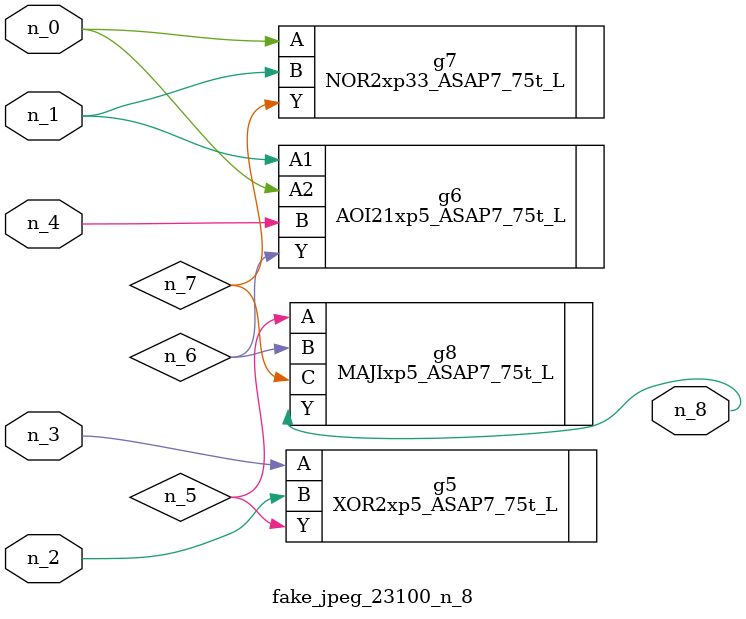
<source format=v>
module fake_jpeg_23100_n_8 (n_3, n_2, n_1, n_0, n_4, n_8);

input n_3;
input n_2;
input n_1;
input n_0;
input n_4;

output n_8;

wire n_6;
wire n_5;
wire n_7;

XOR2xp5_ASAP7_75t_L g5 ( 
.A(n_3),
.B(n_2),
.Y(n_5)
);

AOI21xp5_ASAP7_75t_L g6 ( 
.A1(n_1),
.A2(n_0),
.B(n_4),
.Y(n_6)
);

NOR2xp33_ASAP7_75t_L g7 ( 
.A(n_0),
.B(n_1),
.Y(n_7)
);

MAJIxp5_ASAP7_75t_L g8 ( 
.A(n_5),
.B(n_6),
.C(n_7),
.Y(n_8)
);


endmodule
</source>
